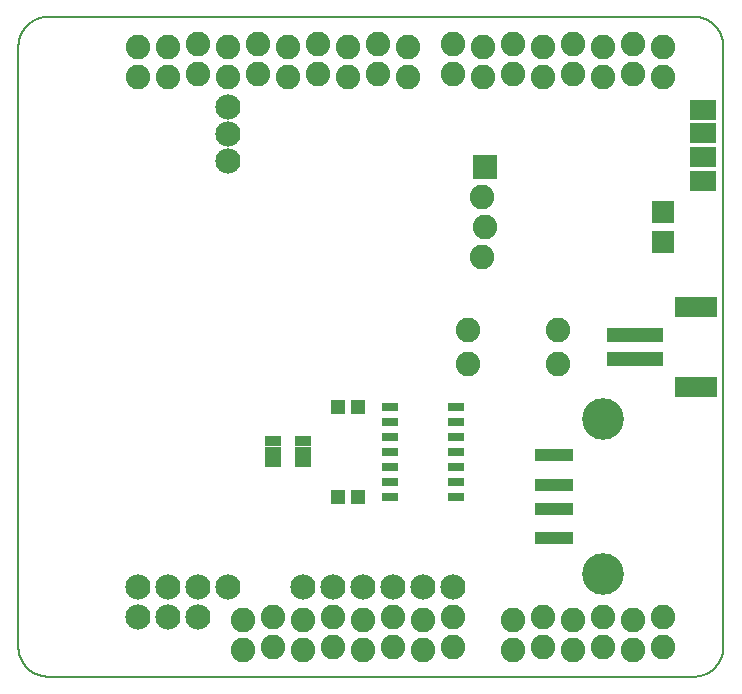
<source format=gts>
G75*
%MOIN*%
%OFA0B0*%
%FSLAX25Y25*%
%IPPOS*%
%LPD*%
%AMOC8*
5,1,8,0,0,1.08239X$1,22.5*
%
%ADD10C,0.00500*%
%ADD11C,0.08200*%
%ADD12R,0.05524X0.03162*%
%ADD13R,0.04500X0.04800*%
%ADD14C,0.13900*%
%ADD15R,0.12611X0.04343*%
%ADD16R,0.08674X0.06706*%
%ADD17R,0.18910X0.04737*%
%ADD18R,0.14186X0.07099*%
%ADD19R,0.05800X0.03300*%
%ADD20R,0.08200X0.08200*%
%ADD21R,0.07200X0.07200*%
%ADD22C,0.08400*%
D10*
X0062524Y0033933D02*
X0062524Y0233933D01*
X0062527Y0234175D01*
X0062536Y0234416D01*
X0062550Y0234657D01*
X0062571Y0234898D01*
X0062597Y0235138D01*
X0062629Y0235378D01*
X0062667Y0235617D01*
X0062710Y0235854D01*
X0062760Y0236091D01*
X0062815Y0236326D01*
X0062875Y0236560D01*
X0062942Y0236792D01*
X0063013Y0237023D01*
X0063091Y0237252D01*
X0063174Y0237479D01*
X0063262Y0237704D01*
X0063356Y0237927D01*
X0063455Y0238147D01*
X0063560Y0238365D01*
X0063669Y0238580D01*
X0063784Y0238793D01*
X0063904Y0239003D01*
X0064029Y0239209D01*
X0064159Y0239413D01*
X0064294Y0239614D01*
X0064434Y0239811D01*
X0064578Y0240005D01*
X0064727Y0240195D01*
X0064881Y0240381D01*
X0065039Y0240564D01*
X0065201Y0240743D01*
X0065368Y0240918D01*
X0065539Y0241089D01*
X0065714Y0241256D01*
X0065893Y0241418D01*
X0066076Y0241576D01*
X0066262Y0241730D01*
X0066452Y0241879D01*
X0066646Y0242023D01*
X0066843Y0242163D01*
X0067044Y0242298D01*
X0067248Y0242428D01*
X0067454Y0242553D01*
X0067664Y0242673D01*
X0067877Y0242788D01*
X0068092Y0242897D01*
X0068310Y0243002D01*
X0068530Y0243101D01*
X0068753Y0243195D01*
X0068978Y0243283D01*
X0069205Y0243366D01*
X0069434Y0243444D01*
X0069665Y0243515D01*
X0069897Y0243582D01*
X0070131Y0243642D01*
X0070366Y0243697D01*
X0070603Y0243747D01*
X0070840Y0243790D01*
X0071079Y0243828D01*
X0071319Y0243860D01*
X0071559Y0243886D01*
X0071800Y0243907D01*
X0072041Y0243921D01*
X0072282Y0243930D01*
X0072524Y0243933D01*
X0287524Y0243933D01*
X0287766Y0243930D01*
X0288007Y0243921D01*
X0288248Y0243907D01*
X0288489Y0243886D01*
X0288729Y0243860D01*
X0288969Y0243828D01*
X0289208Y0243790D01*
X0289445Y0243747D01*
X0289682Y0243697D01*
X0289917Y0243642D01*
X0290151Y0243582D01*
X0290383Y0243515D01*
X0290614Y0243444D01*
X0290843Y0243366D01*
X0291070Y0243283D01*
X0291295Y0243195D01*
X0291518Y0243101D01*
X0291738Y0243002D01*
X0291956Y0242897D01*
X0292171Y0242788D01*
X0292384Y0242673D01*
X0292594Y0242553D01*
X0292800Y0242428D01*
X0293004Y0242298D01*
X0293205Y0242163D01*
X0293402Y0242023D01*
X0293596Y0241879D01*
X0293786Y0241730D01*
X0293972Y0241576D01*
X0294155Y0241418D01*
X0294334Y0241256D01*
X0294509Y0241089D01*
X0294680Y0240918D01*
X0294847Y0240743D01*
X0295009Y0240564D01*
X0295167Y0240381D01*
X0295321Y0240195D01*
X0295470Y0240005D01*
X0295614Y0239811D01*
X0295754Y0239614D01*
X0295889Y0239413D01*
X0296019Y0239209D01*
X0296144Y0239003D01*
X0296264Y0238793D01*
X0296379Y0238580D01*
X0296488Y0238365D01*
X0296593Y0238147D01*
X0296692Y0237927D01*
X0296786Y0237704D01*
X0296874Y0237479D01*
X0296957Y0237252D01*
X0297035Y0237023D01*
X0297106Y0236792D01*
X0297173Y0236560D01*
X0297233Y0236326D01*
X0297288Y0236091D01*
X0297338Y0235854D01*
X0297381Y0235617D01*
X0297419Y0235378D01*
X0297451Y0235138D01*
X0297477Y0234898D01*
X0297498Y0234657D01*
X0297512Y0234416D01*
X0297521Y0234175D01*
X0297524Y0233933D01*
X0297524Y0033933D01*
X0297521Y0033691D01*
X0297512Y0033450D01*
X0297498Y0033209D01*
X0297477Y0032968D01*
X0297451Y0032728D01*
X0297419Y0032488D01*
X0297381Y0032249D01*
X0297338Y0032012D01*
X0297288Y0031775D01*
X0297233Y0031540D01*
X0297173Y0031306D01*
X0297106Y0031074D01*
X0297035Y0030843D01*
X0296957Y0030614D01*
X0296874Y0030387D01*
X0296786Y0030162D01*
X0296692Y0029939D01*
X0296593Y0029719D01*
X0296488Y0029501D01*
X0296379Y0029286D01*
X0296264Y0029073D01*
X0296144Y0028863D01*
X0296019Y0028657D01*
X0295889Y0028453D01*
X0295754Y0028252D01*
X0295614Y0028055D01*
X0295470Y0027861D01*
X0295321Y0027671D01*
X0295167Y0027485D01*
X0295009Y0027302D01*
X0294847Y0027123D01*
X0294680Y0026948D01*
X0294509Y0026777D01*
X0294334Y0026610D01*
X0294155Y0026448D01*
X0293972Y0026290D01*
X0293786Y0026136D01*
X0293596Y0025987D01*
X0293402Y0025843D01*
X0293205Y0025703D01*
X0293004Y0025568D01*
X0292800Y0025438D01*
X0292594Y0025313D01*
X0292384Y0025193D01*
X0292171Y0025078D01*
X0291956Y0024969D01*
X0291738Y0024864D01*
X0291518Y0024765D01*
X0291295Y0024671D01*
X0291070Y0024583D01*
X0290843Y0024500D01*
X0290614Y0024422D01*
X0290383Y0024351D01*
X0290151Y0024284D01*
X0289917Y0024224D01*
X0289682Y0024169D01*
X0289445Y0024119D01*
X0289208Y0024076D01*
X0288969Y0024038D01*
X0288729Y0024006D01*
X0288489Y0023980D01*
X0288248Y0023959D01*
X0288007Y0023945D01*
X0287766Y0023936D01*
X0287524Y0023933D01*
X0072524Y0023933D01*
X0072282Y0023936D01*
X0072041Y0023945D01*
X0071800Y0023959D01*
X0071559Y0023980D01*
X0071319Y0024006D01*
X0071079Y0024038D01*
X0070840Y0024076D01*
X0070603Y0024119D01*
X0070366Y0024169D01*
X0070131Y0024224D01*
X0069897Y0024284D01*
X0069665Y0024351D01*
X0069434Y0024422D01*
X0069205Y0024500D01*
X0068978Y0024583D01*
X0068753Y0024671D01*
X0068530Y0024765D01*
X0068310Y0024864D01*
X0068092Y0024969D01*
X0067877Y0025078D01*
X0067664Y0025193D01*
X0067454Y0025313D01*
X0067248Y0025438D01*
X0067044Y0025568D01*
X0066843Y0025703D01*
X0066646Y0025843D01*
X0066452Y0025987D01*
X0066262Y0026136D01*
X0066076Y0026290D01*
X0065893Y0026448D01*
X0065714Y0026610D01*
X0065539Y0026777D01*
X0065368Y0026948D01*
X0065201Y0027123D01*
X0065039Y0027302D01*
X0064881Y0027485D01*
X0064727Y0027671D01*
X0064578Y0027861D01*
X0064434Y0028055D01*
X0064294Y0028252D01*
X0064159Y0028453D01*
X0064029Y0028657D01*
X0063904Y0028863D01*
X0063784Y0029073D01*
X0063669Y0029286D01*
X0063560Y0029501D01*
X0063455Y0029719D01*
X0063356Y0029939D01*
X0063262Y0030162D01*
X0063174Y0030387D01*
X0063091Y0030614D01*
X0063013Y0030843D01*
X0062942Y0031074D01*
X0062875Y0031306D01*
X0062815Y0031540D01*
X0062760Y0031775D01*
X0062710Y0032012D01*
X0062667Y0032249D01*
X0062629Y0032488D01*
X0062597Y0032728D01*
X0062571Y0032968D01*
X0062550Y0033209D01*
X0062536Y0033450D01*
X0062527Y0033691D01*
X0062524Y0033933D01*
D11*
X0137524Y0032933D03*
X0147524Y0033933D03*
X0157524Y0032933D03*
X0167524Y0033933D03*
X0177524Y0032933D03*
X0187524Y0033933D03*
X0197524Y0032933D03*
X0207524Y0033933D03*
X0207524Y0043933D03*
X0197524Y0042933D03*
X0187524Y0043933D03*
X0177524Y0042933D03*
X0167524Y0043933D03*
X0157524Y0042933D03*
X0147524Y0043933D03*
X0137524Y0042933D03*
X0227524Y0042933D03*
X0237524Y0043933D03*
X0247524Y0042933D03*
X0257524Y0043933D03*
X0267524Y0042933D03*
X0267524Y0032933D03*
X0257524Y0033933D03*
X0247524Y0032933D03*
X0237524Y0033933D03*
X0227524Y0032933D03*
X0277524Y0033933D03*
X0277524Y0043933D03*
X0242524Y0128233D03*
X0242524Y0139633D03*
X0212524Y0139633D03*
X0212524Y0128233D03*
X0217024Y0163933D03*
X0218024Y0173933D03*
X0217024Y0183933D03*
X0217524Y0223933D03*
X0227524Y0224933D03*
X0237524Y0223933D03*
X0247524Y0224933D03*
X0257524Y0223933D03*
X0267524Y0224933D03*
X0257524Y0233933D03*
X0267524Y0234933D03*
X0277524Y0233933D03*
X0277524Y0223933D03*
X0247524Y0234933D03*
X0237524Y0233933D03*
X0227524Y0234933D03*
X0217524Y0233933D03*
X0207524Y0234933D03*
X0207524Y0224933D03*
X0192524Y0223933D03*
X0182524Y0224933D03*
X0172524Y0223933D03*
X0162524Y0224933D03*
X0152524Y0223933D03*
X0142524Y0224933D03*
X0132524Y0223933D03*
X0122524Y0224933D03*
X0112524Y0223933D03*
X0102524Y0223933D03*
X0102524Y0233933D03*
X0112524Y0233933D03*
X0122524Y0234933D03*
X0132524Y0233933D03*
X0142524Y0234933D03*
X0152524Y0233933D03*
X0162524Y0234933D03*
X0172524Y0233933D03*
X0182524Y0234933D03*
X0192524Y0233933D03*
D12*
X0186500Y0113933D03*
X0186500Y0108933D03*
X0186500Y0103933D03*
X0186500Y0098933D03*
X0186500Y0093933D03*
X0186500Y0088933D03*
X0186500Y0083933D03*
X0208547Y0083933D03*
X0208547Y0088933D03*
X0208547Y0093933D03*
X0208547Y0098933D03*
X0208547Y0103933D03*
X0208547Y0108933D03*
X0208547Y0113933D03*
D13*
X0175870Y0113933D03*
X0169177Y0113933D03*
X0169177Y0083933D03*
X0175870Y0083933D03*
D14*
X0257524Y0058083D03*
X0257524Y0109783D03*
D15*
X0240941Y0097713D03*
X0240941Y0087870D03*
X0240941Y0079996D03*
X0240941Y0070154D03*
D16*
X0290870Y0189287D03*
X0290870Y0197161D03*
X0290870Y0205035D03*
X0290870Y0212909D03*
D17*
X0267957Y0137870D03*
X0267957Y0129996D03*
D18*
X0288429Y0120547D03*
X0288429Y0147319D03*
D19*
X0157524Y0102433D03*
X0157524Y0098933D03*
X0157524Y0095433D03*
X0147524Y0095433D03*
X0147524Y0098933D03*
X0147524Y0102433D03*
D20*
X0218024Y0193933D03*
D21*
X0277524Y0178933D03*
X0277524Y0168933D03*
D22*
X0132524Y0195933D03*
X0132524Y0204933D03*
X0132524Y0213933D03*
X0132524Y0053933D03*
X0122524Y0053933D03*
X0112524Y0053933D03*
X0102524Y0053933D03*
X0102524Y0043933D03*
X0112524Y0043933D03*
X0122524Y0043933D03*
X0157524Y0053933D03*
X0167524Y0053933D03*
X0177524Y0053933D03*
X0187524Y0053933D03*
X0197524Y0053933D03*
X0207524Y0053933D03*
M02*

</source>
